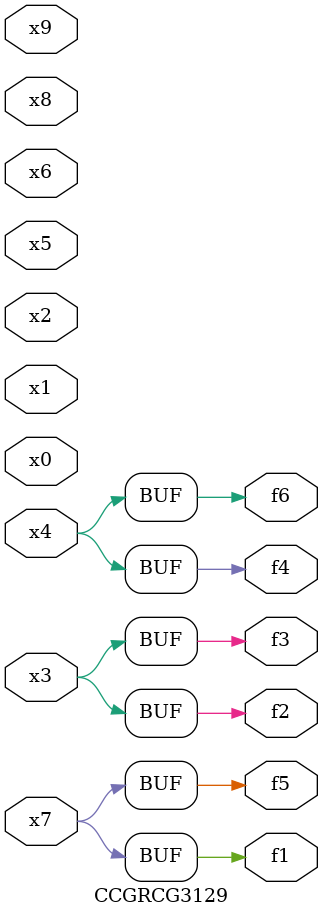
<source format=v>
module CCGRCG3129(
	input x0, x1, x2, x3, x4, x5, x6, x7, x8, x9,
	output f1, f2, f3, f4, f5, f6
);
	assign f1 = x7;
	assign f2 = x3;
	assign f3 = x3;
	assign f4 = x4;
	assign f5 = x7;
	assign f6 = x4;
endmodule

</source>
